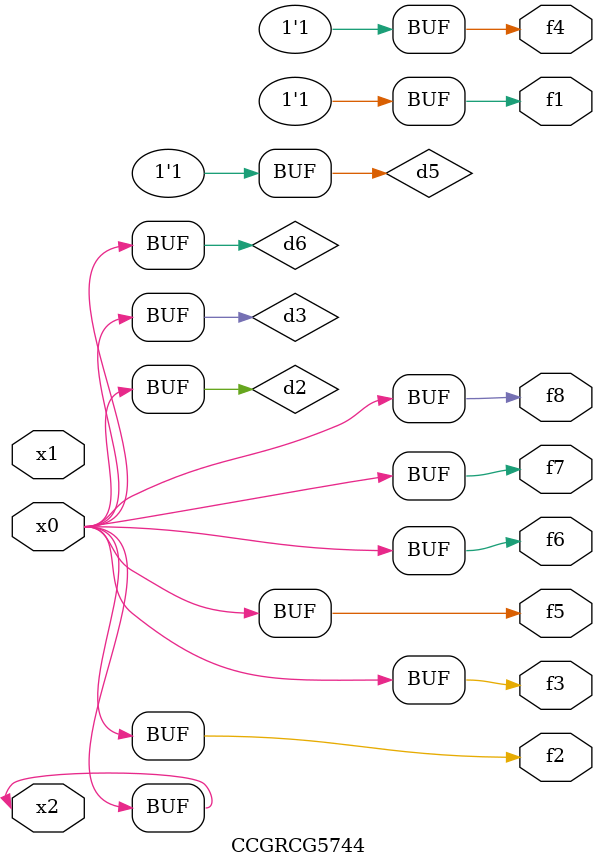
<source format=v>
module CCGRCG5744(
	input x0, x1, x2,
	output f1, f2, f3, f4, f5, f6, f7, f8
);

	wire d1, d2, d3, d4, d5, d6;

	xnor (d1, x2);
	buf (d2, x0, x2);
	and (d3, x0);
	xnor (d4, x1, x2);
	nand (d5, d1, d3);
	buf (d6, d2, d3);
	assign f1 = d5;
	assign f2 = d6;
	assign f3 = d6;
	assign f4 = d5;
	assign f5 = d6;
	assign f6 = d6;
	assign f7 = d6;
	assign f8 = d6;
endmodule

</source>
